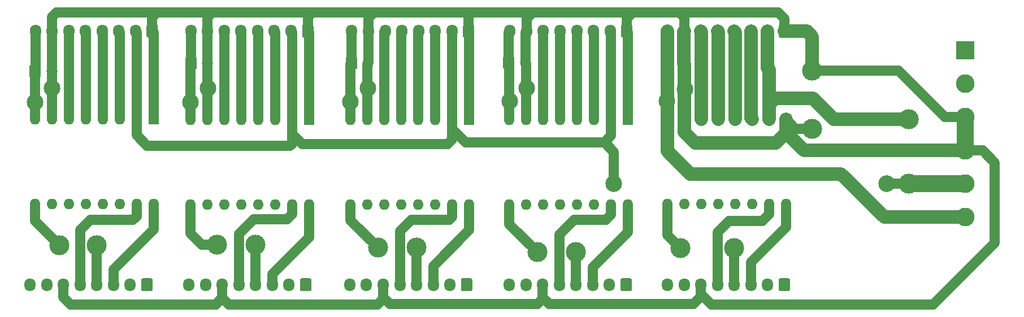
<source format=gbr>
%TF.GenerationSoftware,KiCad,Pcbnew,(5.1.6)-1*%
%TF.CreationDate,2020-09-25T17:37:12+06:00*%
%TF.ProjectId,TMC2130,544d4332-3133-4302-9e6b-696361645f70,rev?*%
%TF.SameCoordinates,Original*%
%TF.FileFunction,Copper,L2,Bot*%
%TF.FilePolarity,Positive*%
%FSLAX46Y46*%
G04 Gerber Fmt 4.6, Leading zero omitted, Abs format (unit mm)*
G04 Created by KiCad (PCBNEW (5.1.6)-1) date 2020-09-25 17:37:12*
%MOMM*%
%LPD*%
G01*
G04 APERTURE LIST*
%TA.AperFunction,ComponentPad*%
%ADD10O,1.700000X1.950000*%
%TD*%
%TA.AperFunction,ComponentPad*%
%ADD11C,1.651000*%
%TD*%
%TA.AperFunction,ComponentPad*%
%ADD12R,1.651000X1.651000*%
%TD*%
%TA.AperFunction,ComponentPad*%
%ADD13O,1.600000X1.600000*%
%TD*%
%TA.AperFunction,ComponentPad*%
%ADD14R,1.600000X1.600000*%
%TD*%
%TA.AperFunction,ComponentPad*%
%ADD15C,2.800000*%
%TD*%
%TA.AperFunction,ComponentPad*%
%ADD16R,2.800000X2.800000*%
%TD*%
%TA.AperFunction,ViaPad*%
%ADD17C,2.500000*%
%TD*%
%TA.AperFunction,ViaPad*%
%ADD18C,3.000000*%
%TD*%
%TA.AperFunction,Conductor*%
%ADD19C,2.000000*%
%TD*%
%TA.AperFunction,Conductor*%
%ADD20C,2.500000*%
%TD*%
%TA.AperFunction,Conductor*%
%ADD21C,1.500000*%
%TD*%
G04 APERTURE END LIST*
D10*
%TO.P,J11,8*%
%TO.N,VM*%
X-14500000Y-31100000D03*
%TO.P,J11,7*%
%TO.N,GND*%
X-12000000Y-31100000D03*
%TO.P,J11,6*%
%TO.N,Net-(A5-Pad6)*%
X-9500000Y-31100000D03*
%TO.P,J11,5*%
%TO.N,Net-(A5-Pad5)*%
X-7000000Y-31100000D03*
%TO.P,J11,4*%
%TO.N,Net-(A5-Pad4)*%
X-4500000Y-31100000D03*
%TO.P,J11,3*%
%TO.N,Net-(A5-Pad3)*%
X-2000000Y-31100000D03*
%TO.P,J11,2*%
%TO.N,VDD*%
X500000Y-31100000D03*
%TO.P,J11,1*%
%TO.N,GND*%
%TA.AperFunction,ComponentPad*%
G36*
G01*
X3850000Y-30375000D02*
X3850000Y-31825000D01*
G75*
G02*
X3600000Y-32075000I-250000J0D01*
G01*
X2400000Y-32075000D01*
G75*
G02*
X2150000Y-31825000I0J250000D01*
G01*
X2150000Y-30375000D01*
G75*
G02*
X2400000Y-30125000I250000J0D01*
G01*
X3600000Y-30125000D01*
G75*
G02*
X3850000Y-30375000I0J-250000D01*
G01*
G37*
%TD.AperFunction*%
%TD*%
%TO.P,J10,8*%
%TO.N,N/C*%
X-15300000Y-69100000D03*
%TO.P,J10,7*%
X-12800000Y-69100000D03*
%TO.P,J10,6*%
%TO.N,GND*%
X-10300000Y-69100000D03*
%TO.P,J10,5*%
%TO.N,Net-(A5-Pad15)*%
X-7800000Y-69100000D03*
%TO.P,J10,4*%
%TO.N,Net-(A5-Pad9)*%
X-5300000Y-69100000D03*
%TO.P,J10,3*%
%TO.N,Net-(A5-Pad16)*%
X-2800000Y-69100000D03*
%TO.P,J10,2*%
%TO.N,N/C*%
X-300000Y-69100000D03*
%TO.P,J10,1*%
%TA.AperFunction,ComponentPad*%
G36*
G01*
X3050000Y-68375000D02*
X3050000Y-69825000D01*
G75*
G02*
X2800000Y-70075000I-250000J0D01*
G01*
X1600000Y-70075000D01*
G75*
G02*
X1350000Y-69825000I0J250000D01*
G01*
X1350000Y-68375000D01*
G75*
G02*
X1600000Y-68125000I250000J0D01*
G01*
X2800000Y-68125000D01*
G75*
G02*
X3050000Y-68375000I0J-250000D01*
G01*
G37*
%TD.AperFunction*%
%TD*%
D11*
%TO.P,C5,2*%
%TO.N,GND*%
X-12050320Y-37100000D03*
D12*
%TO.P,C5,1*%
%TO.N,VM*%
X-14549680Y-37100000D03*
%TD*%
D13*
%TO.P,A5,16*%
%TO.N,Net-(A5-Pad16)*%
X3200000Y-57000000D03*
%TO.P,A5,8*%
%TO.N,VM*%
X-14580000Y-44300000D03*
%TO.P,A5,15*%
%TO.N,Net-(A5-Pad15)*%
X660000Y-57000000D03*
%TO.P,A5,7*%
%TO.N,GND*%
X-12040000Y-44300000D03*
%TO.P,A5,14*%
%TO.N,N/C*%
X-1880000Y-57000000D03*
%TO.P,A5,6*%
%TO.N,Net-(A5-Pad6)*%
X-9500000Y-44300000D03*
%TO.P,A5,13*%
%TO.N,N/C*%
X-4420000Y-57000000D03*
%TO.P,A5,5*%
%TO.N,Net-(A5-Pad5)*%
X-6960000Y-44300000D03*
%TO.P,A5,12*%
%TO.N,N/C*%
X-6960000Y-57000000D03*
%TO.P,A5,4*%
%TO.N,Net-(A5-Pad4)*%
X-4420000Y-44300000D03*
%TO.P,A5,11*%
%TO.N,N/C*%
X-9500000Y-57000000D03*
%TO.P,A5,3*%
%TO.N,Net-(A5-Pad3)*%
X-1880000Y-44300000D03*
%TO.P,A5,10*%
%TO.N,N/C*%
X-12040000Y-57000000D03*
%TO.P,A5,2*%
%TO.N,VDD*%
X660000Y-44300000D03*
%TO.P,A5,9*%
%TO.N,Net-(A5-Pad9)*%
X-14580000Y-57000000D03*
D14*
%TO.P,A5,1*%
%TO.N,GND*%
X3200000Y-44300000D03*
%TD*%
D10*
%TO.P,J7,8*%
%TO.N,VM*%
X8800000Y-31100000D03*
%TO.P,J7,7*%
%TO.N,GND*%
X11300000Y-31100000D03*
%TO.P,J7,6*%
%TO.N,Net-(A4-Pad6)*%
X13800000Y-31100000D03*
%TO.P,J7,5*%
%TO.N,Net-(A4-Pad5)*%
X16300000Y-31100000D03*
%TO.P,J7,4*%
%TO.N,Net-(A4-Pad4)*%
X18800000Y-31100000D03*
%TO.P,J7,3*%
%TO.N,Net-(A4-Pad3)*%
X21300000Y-31100000D03*
%TO.P,J7,2*%
%TO.N,VDD*%
X23800000Y-31100000D03*
%TO.P,J7,1*%
%TO.N,GND*%
%TA.AperFunction,ComponentPad*%
G36*
G01*
X27150000Y-30375000D02*
X27150000Y-31825000D01*
G75*
G02*
X26900000Y-32075000I-250000J0D01*
G01*
X25700000Y-32075000D01*
G75*
G02*
X25450000Y-31825000I0J250000D01*
G01*
X25450000Y-30375000D01*
G75*
G02*
X25700000Y-30125000I250000J0D01*
G01*
X26900000Y-30125000D01*
G75*
G02*
X27150000Y-30375000I0J-250000D01*
G01*
G37*
%TD.AperFunction*%
%TD*%
%TO.P,J6,8*%
%TO.N,N/C*%
X8500000Y-69100000D03*
%TO.P,J6,7*%
X11000000Y-69100000D03*
%TO.P,J6,6*%
%TO.N,GND*%
X13500000Y-69100000D03*
%TO.P,J6,5*%
%TO.N,Net-(A4-Pad15)*%
X16000000Y-69100000D03*
%TO.P,J6,4*%
%TO.N,Net-(A4-Pad9)*%
X18500000Y-69100000D03*
%TO.P,J6,3*%
%TO.N,Net-(A4-Pad16)*%
X21000000Y-69100000D03*
%TO.P,J6,2*%
%TO.N,N/C*%
X23500000Y-69100000D03*
%TO.P,J6,1*%
%TA.AperFunction,ComponentPad*%
G36*
G01*
X26850000Y-68375000D02*
X26850000Y-69825000D01*
G75*
G02*
X26600000Y-70075000I-250000J0D01*
G01*
X25400000Y-70075000D01*
G75*
G02*
X25150000Y-69825000I0J250000D01*
G01*
X25150000Y-68375000D01*
G75*
G02*
X25400000Y-68125000I250000J0D01*
G01*
X26600000Y-68125000D01*
G75*
G02*
X26850000Y-68375000I0J-250000D01*
G01*
G37*
%TD.AperFunction*%
%TD*%
D11*
%TO.P,C4,2*%
%TO.N,GND*%
X11299360Y-35900000D03*
D12*
%TO.P,C4,1*%
%TO.N,VM*%
X8800000Y-35900000D03*
%TD*%
D13*
%TO.P,A4,16*%
%TO.N,Net-(A4-Pad16)*%
X26500000Y-57100000D03*
%TO.P,A4,8*%
%TO.N,VM*%
X8720000Y-44400000D03*
%TO.P,A4,15*%
%TO.N,Net-(A4-Pad15)*%
X23960000Y-57100000D03*
%TO.P,A4,7*%
%TO.N,GND*%
X11260000Y-44400000D03*
%TO.P,A4,14*%
%TO.N,N/C*%
X21420000Y-57100000D03*
%TO.P,A4,6*%
%TO.N,Net-(A4-Pad6)*%
X13800000Y-44400000D03*
%TO.P,A4,13*%
%TO.N,N/C*%
X18880000Y-57100000D03*
%TO.P,A4,5*%
%TO.N,Net-(A4-Pad5)*%
X16340000Y-44400000D03*
%TO.P,A4,12*%
%TO.N,N/C*%
X16340000Y-57100000D03*
%TO.P,A4,4*%
%TO.N,Net-(A4-Pad4)*%
X18880000Y-44400000D03*
%TO.P,A4,11*%
%TO.N,N/C*%
X13800000Y-57100000D03*
%TO.P,A4,3*%
%TO.N,Net-(A4-Pad3)*%
X21420000Y-44400000D03*
%TO.P,A4,10*%
%TO.N,N/C*%
X11260000Y-57100000D03*
%TO.P,A4,2*%
%TO.N,VDD*%
X23960000Y-44400000D03*
%TO.P,A4,9*%
%TO.N,Net-(A4-Pad9)*%
X8720000Y-57100000D03*
D14*
%TO.P,A4,1*%
%TO.N,GND*%
X26500000Y-44400000D03*
%TD*%
D10*
%TO.P,J5,8*%
%TO.N,VM*%
X32900000Y-31100000D03*
%TO.P,J5,7*%
%TO.N,GND*%
X35400000Y-31100000D03*
%TO.P,J5,6*%
%TO.N,Net-(A2-Pad6)*%
X37900000Y-31100000D03*
%TO.P,J5,5*%
%TO.N,Net-(A2-Pad5)*%
X40400000Y-31100000D03*
%TO.P,J5,4*%
%TO.N,Net-(A2-Pad4)*%
X42900000Y-31100000D03*
%TO.P,J5,3*%
%TO.N,Net-(A2-Pad3)*%
X45400000Y-31100000D03*
%TO.P,J5,2*%
%TO.N,VDD*%
X47900000Y-31100000D03*
%TO.P,J5,1*%
%TO.N,GND*%
%TA.AperFunction,ComponentPad*%
G36*
G01*
X51250000Y-30375000D02*
X51250000Y-31825000D01*
G75*
G02*
X51000000Y-32075000I-250000J0D01*
G01*
X49800000Y-32075000D01*
G75*
G02*
X49550000Y-31825000I0J250000D01*
G01*
X49550000Y-30375000D01*
G75*
G02*
X49800000Y-30125000I250000J0D01*
G01*
X51000000Y-30125000D01*
G75*
G02*
X51250000Y-30375000I0J-250000D01*
G01*
G37*
%TD.AperFunction*%
%TD*%
%TO.P,J3,8*%
%TO.N,N/C*%
X32600000Y-69100000D03*
%TO.P,J3,7*%
X35100000Y-69100000D03*
%TO.P,J3,6*%
%TO.N,GND*%
X37600000Y-69100000D03*
%TO.P,J3,5*%
%TO.N,Net-(A2-Pad15)*%
X40100000Y-69100000D03*
%TO.P,J3,4*%
%TO.N,Net-(A2-Pad9)*%
X42600000Y-69100000D03*
%TO.P,J3,3*%
%TO.N,Net-(A2-Pad16)*%
X45100000Y-69100000D03*
%TO.P,J3,2*%
%TO.N,N/C*%
X47600000Y-69100000D03*
%TO.P,J3,1*%
%TA.AperFunction,ComponentPad*%
G36*
G01*
X50950000Y-68375000D02*
X50950000Y-69825000D01*
G75*
G02*
X50700000Y-70075000I-250000J0D01*
G01*
X49500000Y-70075000D01*
G75*
G02*
X49250000Y-69825000I0J250000D01*
G01*
X49250000Y-68375000D01*
G75*
G02*
X49500000Y-68125000I250000J0D01*
G01*
X50700000Y-68125000D01*
G75*
G02*
X50950000Y-68375000I0J-250000D01*
G01*
G37*
%TD.AperFunction*%
%TD*%
D11*
%TO.P,C2,2*%
%TO.N,GND*%
X35349680Y-35900000D03*
D12*
%TO.P,C2,1*%
%TO.N,VM*%
X32850320Y-35900000D03*
%TD*%
D13*
%TO.P,A2,16*%
%TO.N,Net-(A2-Pad16)*%
X50500000Y-57100000D03*
%TO.P,A2,8*%
%TO.N,VM*%
X32720000Y-44400000D03*
%TO.P,A2,15*%
%TO.N,Net-(A2-Pad15)*%
X47960000Y-57100000D03*
%TO.P,A2,7*%
%TO.N,GND*%
X35260000Y-44400000D03*
%TO.P,A2,14*%
%TO.N,N/C*%
X45420000Y-57100000D03*
%TO.P,A2,6*%
%TO.N,Net-(A2-Pad6)*%
X37800000Y-44400000D03*
%TO.P,A2,13*%
%TO.N,N/C*%
X42880000Y-57100000D03*
%TO.P,A2,5*%
%TO.N,Net-(A2-Pad5)*%
X40340000Y-44400000D03*
%TO.P,A2,12*%
%TO.N,N/C*%
X40340000Y-57100000D03*
%TO.P,A2,4*%
%TO.N,Net-(A2-Pad4)*%
X42880000Y-44400000D03*
%TO.P,A2,11*%
%TO.N,N/C*%
X37800000Y-57100000D03*
%TO.P,A2,3*%
%TO.N,Net-(A2-Pad3)*%
X45420000Y-44400000D03*
%TO.P,A2,10*%
%TO.N,N/C*%
X35260000Y-57100000D03*
%TO.P,A2,2*%
%TO.N,VDD*%
X47960000Y-44400000D03*
%TO.P,A2,9*%
%TO.N,Net-(A2-Pad9)*%
X32720000Y-57100000D03*
D14*
%TO.P,A2,1*%
%TO.N,GND*%
X50500000Y-44400000D03*
%TD*%
D10*
%TO.P,J9,8*%
%TO.N,N/C*%
X80200000Y-69100000D03*
%TO.P,J9,7*%
X82700000Y-69100000D03*
%TO.P,J9,6*%
%TO.N,GND*%
X85200000Y-69100000D03*
%TO.P,J9,5*%
%TO.N,Net-(A1-Pad15)*%
X87700000Y-69100000D03*
%TO.P,J9,4*%
%TO.N,Net-(A1-Pad9)*%
X90200000Y-69100000D03*
%TO.P,J9,3*%
%TO.N,Net-(A1-Pad16)*%
X92700000Y-69100000D03*
%TO.P,J9,2*%
%TO.N,N/C*%
X95200000Y-69100000D03*
%TO.P,J9,1*%
%TA.AperFunction,ComponentPad*%
G36*
G01*
X98550000Y-68375000D02*
X98550000Y-69825000D01*
G75*
G02*
X98300000Y-70075000I-250000J0D01*
G01*
X97100000Y-70075000D01*
G75*
G02*
X96850000Y-69825000I0J250000D01*
G01*
X96850000Y-68375000D01*
G75*
G02*
X97100000Y-68125000I250000J0D01*
G01*
X98300000Y-68125000D01*
G75*
G02*
X98550000Y-68375000I0J-250000D01*
G01*
G37*
%TD.AperFunction*%
%TD*%
%TO.P,J8,8*%
%TO.N,VM*%
X56600000Y-31100000D03*
%TO.P,J8,7*%
%TO.N,GND*%
X59100000Y-31100000D03*
%TO.P,J8,6*%
%TO.N,Net-(A3-Pad6)*%
X61600000Y-31100000D03*
%TO.P,J8,5*%
%TO.N,Net-(A3-Pad5)*%
X64100000Y-31100000D03*
%TO.P,J8,4*%
%TO.N,Net-(A3-Pad4)*%
X66600000Y-31100000D03*
%TO.P,J8,3*%
%TO.N,Net-(A3-Pad3)*%
X69100000Y-31100000D03*
%TO.P,J8,2*%
%TO.N,VDD*%
X71600000Y-31100000D03*
%TO.P,J8,1*%
%TO.N,GND*%
%TA.AperFunction,ComponentPad*%
G36*
G01*
X74950000Y-30375000D02*
X74950000Y-31825000D01*
G75*
G02*
X74700000Y-32075000I-250000J0D01*
G01*
X73500000Y-32075000D01*
G75*
G02*
X73250000Y-31825000I0J250000D01*
G01*
X73250000Y-30375000D01*
G75*
G02*
X73500000Y-30125000I250000J0D01*
G01*
X74700000Y-30125000D01*
G75*
G02*
X74950000Y-30375000I0J-250000D01*
G01*
G37*
%TD.AperFunction*%
%TD*%
%TO.P,J4,8*%
%TO.N,N/C*%
X56500000Y-69100000D03*
%TO.P,J4,7*%
X59000000Y-69100000D03*
%TO.P,J4,6*%
%TO.N,GND*%
X61500000Y-69100000D03*
%TO.P,J4,5*%
%TO.N,Net-(A3-Pad15)*%
X64000000Y-69100000D03*
%TO.P,J4,4*%
%TO.N,Net-(A3-Pad9)*%
X66500000Y-69100000D03*
%TO.P,J4,3*%
%TO.N,Net-(A3-Pad16)*%
X69000000Y-69100000D03*
%TO.P,J4,2*%
%TO.N,N/C*%
X71500000Y-69100000D03*
%TO.P,J4,1*%
%TA.AperFunction,ComponentPad*%
G36*
G01*
X74850000Y-68375000D02*
X74850000Y-69825000D01*
G75*
G02*
X74600000Y-70075000I-250000J0D01*
G01*
X73400000Y-70075000D01*
G75*
G02*
X73150000Y-69825000I0J250000D01*
G01*
X73150000Y-68375000D01*
G75*
G02*
X73400000Y-68125000I250000J0D01*
G01*
X74600000Y-68125000D01*
G75*
G02*
X74850000Y-68375000I0J-250000D01*
G01*
G37*
%TD.AperFunction*%
%TD*%
D11*
%TO.P,C3,2*%
%TO.N,GND*%
X58899360Y-35800000D03*
D12*
%TO.P,C3,1*%
%TO.N,VM*%
X56400000Y-35800000D03*
%TD*%
D13*
%TO.P,A3,16*%
%TO.N,Net-(A3-Pad16)*%
X74300000Y-57100000D03*
%TO.P,A3,8*%
%TO.N,VM*%
X56520000Y-44400000D03*
%TO.P,A3,15*%
%TO.N,Net-(A3-Pad15)*%
X71760000Y-57100000D03*
%TO.P,A3,7*%
%TO.N,GND*%
X59060000Y-44400000D03*
%TO.P,A3,14*%
%TO.N,N/C*%
X69220000Y-57100000D03*
%TO.P,A3,6*%
%TO.N,Net-(A3-Pad6)*%
X61600000Y-44400000D03*
%TO.P,A3,13*%
%TO.N,N/C*%
X66680000Y-57100000D03*
%TO.P,A3,5*%
%TO.N,Net-(A3-Pad5)*%
X64140000Y-44400000D03*
%TO.P,A3,12*%
%TO.N,N/C*%
X64140000Y-57100000D03*
%TO.P,A3,4*%
%TO.N,Net-(A3-Pad4)*%
X66680000Y-44400000D03*
%TO.P,A3,11*%
%TO.N,N/C*%
X61600000Y-57100000D03*
%TO.P,A3,3*%
%TO.N,Net-(A3-Pad3)*%
X69220000Y-44400000D03*
%TO.P,A3,10*%
%TO.N,N/C*%
X59060000Y-57100000D03*
%TO.P,A3,2*%
%TO.N,VDD*%
X71760000Y-44400000D03*
%TO.P,A3,9*%
%TO.N,Net-(A3-Pad9)*%
X56520000Y-57100000D03*
D14*
%TO.P,A3,1*%
%TO.N,GND*%
X74300000Y-44400000D03*
%TD*%
D10*
%TO.P,J2,8*%
%TO.N,VM*%
X80200000Y-31100000D03*
%TO.P,J2,7*%
%TO.N,GND*%
X82700000Y-31100000D03*
%TO.P,J2,6*%
%TO.N,Net-(A1-Pad6)*%
X85200000Y-31100000D03*
%TO.P,J2,5*%
%TO.N,Net-(A1-Pad5)*%
X87700000Y-31100000D03*
%TO.P,J2,4*%
%TO.N,Net-(A1-Pad4)*%
X90200000Y-31100000D03*
%TO.P,J2,3*%
%TO.N,Net-(A1-Pad3)*%
X92700000Y-31100000D03*
%TO.P,J2,2*%
%TO.N,VDD*%
X95200000Y-31100000D03*
%TO.P,J2,1*%
%TO.N,GND*%
%TA.AperFunction,ComponentPad*%
G36*
G01*
X98550000Y-30375000D02*
X98550000Y-31825000D01*
G75*
G02*
X98300000Y-32075000I-250000J0D01*
G01*
X97100000Y-32075000D01*
G75*
G02*
X96850000Y-31825000I0J250000D01*
G01*
X96850000Y-30375000D01*
G75*
G02*
X97100000Y-30125000I250000J0D01*
G01*
X98300000Y-30125000D01*
G75*
G02*
X98550000Y-30375000I0J-250000D01*
G01*
G37*
%TD.AperFunction*%
%TD*%
D11*
%TO.P,C1,2*%
%TO.N,GND*%
X82649680Y-35900000D03*
D12*
%TO.P,C1,1*%
%TO.N,VM*%
X80150320Y-35900000D03*
%TD*%
D15*
%TO.P,J1,6*%
%TO.N,VM*%
X124819000Y-58978000D03*
%TO.P,J1,5*%
%TO.N,VDD*%
X124819000Y-53978000D03*
%TO.P,J1,4*%
%TO.N,GND*%
X124819000Y-48978000D03*
%TO.P,J1,3*%
X124819000Y-43978000D03*
%TO.P,J1,2*%
%TO.N,N/C*%
X124819000Y-38978000D03*
D16*
%TO.P,J1,1*%
X124819000Y-33978000D03*
%TD*%
D13*
%TO.P,A1,16*%
%TO.N,Net-(A1-Pad16)*%
X97958500Y-57028500D03*
%TO.P,A1,8*%
%TO.N,VM*%
X80178500Y-44328500D03*
%TO.P,A1,15*%
%TO.N,Net-(A1-Pad15)*%
X95418500Y-57028500D03*
%TO.P,A1,7*%
%TO.N,GND*%
X82718500Y-44328500D03*
%TO.P,A1,14*%
%TO.N,N/C*%
X92878500Y-57028500D03*
%TO.P,A1,6*%
%TO.N,Net-(A1-Pad6)*%
X85258500Y-44328500D03*
%TO.P,A1,13*%
%TO.N,N/C*%
X90338500Y-57028500D03*
%TO.P,A1,5*%
%TO.N,Net-(A1-Pad5)*%
X87798500Y-44328500D03*
%TO.P,A1,12*%
%TO.N,N/C*%
X87798500Y-57028500D03*
%TO.P,A1,4*%
%TO.N,Net-(A1-Pad4)*%
X90338500Y-44328500D03*
%TO.P,A1,11*%
%TO.N,N/C*%
X85258500Y-57028500D03*
%TO.P,A1,3*%
%TO.N,Net-(A1-Pad3)*%
X92878500Y-44328500D03*
%TO.P,A1,10*%
%TO.N,N/C*%
X82718500Y-57028500D03*
%TO.P,A1,2*%
%TO.N,VDD*%
X95418500Y-44328500D03*
%TO.P,A1,9*%
%TO.N,Net-(A1-Pad9)*%
X80178500Y-57028500D03*
D14*
%TO.P,A1,1*%
%TO.N,GND*%
X97958500Y-44328500D03*
%TD*%
D17*
%TO.N,GND*%
X82800000Y-39800000D03*
D18*
X101900000Y-37000000D03*
X101900000Y-45700000D03*
D17*
X59112672Y-39618462D03*
X35318462Y-39618462D03*
X11350000Y-39618462D03*
X-11981538Y-39618462D03*
%TO.N,VM*%
X80100000Y-41600000D03*
X56600000Y-41600000D03*
X32720000Y-41680000D03*
X8720000Y-41720000D03*
X-14580000Y-41720000D03*
D18*
%TO.N,VDD*%
X116312500Y-53978000D03*
X116312500Y-44312500D03*
D17*
X113072000Y-53978000D03*
X72178000Y-53978000D03*
D18*
%TO.N,Net-(A2-Pad9)*%
X36800000Y-63500000D03*
X42600000Y-63500000D03*
%TO.N,Net-(A1-Pad9)*%
X82100000Y-63600000D03*
X90200000Y-63600000D03*
%TO.N,Net-(A3-Pad9)*%
X60700000Y-64200000D03*
X66500000Y-64200000D03*
%TO.N,Net-(A4-Pad9)*%
X12700000Y-63100000D03*
X18500000Y-63100000D03*
%TO.N,Net-(A5-Pad9)*%
X-10900000Y-63200000D03*
X-5300000Y-63200000D03*
%TD*%
D19*
%TO.N,GND*%
X97958500Y-44328500D02*
X97958500Y-46297000D01*
X97958500Y-46297000D02*
X96434500Y-47821000D01*
X82718500Y-44328500D02*
X82718500Y-46233500D01*
X84306000Y-47821000D02*
X96434500Y-47821000D01*
X82718500Y-46233500D02*
X84306000Y-47821000D01*
X100639500Y-48978000D02*
X97958500Y-46297000D01*
X124819000Y-48978000D02*
X100639500Y-48978000D01*
X82718500Y-35968820D02*
X82649680Y-35900000D01*
X82718500Y-39881500D02*
X82718500Y-35968820D01*
X82718500Y-44328500D02*
X82718500Y-39881500D01*
D20*
X124819000Y-48978000D02*
X124819000Y-43978000D01*
D19*
X82649680Y-31150320D02*
X82700000Y-31100000D01*
X82649680Y-35900000D02*
X82649680Y-31150320D01*
X97700000Y-31100000D02*
X101100000Y-31100000D01*
X101100000Y-31100000D02*
X101900000Y-31900000D01*
X101900000Y-31900000D02*
X101900000Y-37000000D01*
D21*
X99330000Y-45700000D02*
X97958500Y-44328500D01*
X101900000Y-45700000D02*
X99330000Y-45700000D01*
X101900000Y-37000000D02*
X114800000Y-37000000D01*
X121778000Y-43978000D02*
X124819000Y-43978000D01*
X114800000Y-37000000D02*
X121778000Y-43978000D01*
X11300000Y-35899360D02*
X11299360Y-35900000D01*
X11300000Y-31100000D02*
X11300000Y-35899360D01*
X11299360Y-44360640D02*
X11260000Y-44400000D01*
X11299360Y-35900000D02*
X11299360Y-44360640D01*
X-12040000Y-37110320D02*
X-12050320Y-37100000D01*
X-12040000Y-44300000D02*
X-12040000Y-37110320D01*
X-12000000Y-37049680D02*
X-12050320Y-37100000D01*
X-12000000Y-31100000D02*
X-12000000Y-37049680D01*
X3200000Y-31300000D02*
X3000000Y-31100000D01*
X3200000Y-44300000D02*
X3200000Y-31300000D01*
X26500000Y-31300000D02*
X26300000Y-31100000D01*
X26500000Y-44400000D02*
X26500000Y-31300000D01*
X35400000Y-35849680D02*
X35349680Y-35900000D01*
X35400000Y-31100000D02*
X35400000Y-35849680D01*
X35260000Y-35989680D02*
X35349680Y-35900000D01*
X35260000Y-44400000D02*
X35260000Y-35989680D01*
X50500000Y-31200000D02*
X50400000Y-31100000D01*
X50500000Y-44400000D02*
X50500000Y-31200000D01*
X59060000Y-35960640D02*
X58899360Y-35800000D01*
X59060000Y-44400000D02*
X59060000Y-35960640D01*
X58899360Y-31300640D02*
X59100000Y-31100000D01*
X58899360Y-35800000D02*
X58899360Y-31300640D01*
X74300000Y-31300000D02*
X74100000Y-31100000D01*
X74300000Y-44400000D02*
X74300000Y-31300000D01*
X85200000Y-69100000D02*
X85200000Y-70900000D01*
X85200000Y-70900000D02*
X84100000Y-72000000D01*
X84100000Y-72000000D02*
X62500000Y-72000000D01*
X61500000Y-71000000D02*
X61500000Y-69100000D01*
X62500000Y-72000000D02*
X61500000Y-71000000D01*
X61500000Y-69100000D02*
X61500000Y-71200000D01*
X61500000Y-71200000D02*
X60700000Y-72000000D01*
X60700000Y-72000000D02*
X38600000Y-72000000D01*
X37600000Y-71000000D02*
X37600000Y-69100000D01*
X38600000Y-72000000D02*
X37600000Y-71000000D01*
X37600000Y-69100000D02*
X37600000Y-71200000D01*
X37600000Y-71200000D02*
X36750000Y-72050000D01*
X36750000Y-72050000D02*
X14500000Y-72050000D01*
X13500000Y-71050000D02*
X13500000Y-69100000D01*
X14500000Y-72050000D02*
X13500000Y-71050000D01*
X-10300000Y-71000000D02*
X-10300000Y-69100000D01*
X-9250000Y-72050000D02*
X-10300000Y-71000000D01*
X13500000Y-71050000D02*
X12500000Y-72050000D01*
X12500000Y-72050000D02*
X-9250000Y-72050000D01*
X85200000Y-69100000D02*
X85200000Y-70500000D01*
X85200000Y-70500000D02*
X86750000Y-72050000D01*
X86750000Y-72050000D02*
X120000000Y-72050000D01*
X120000000Y-72050000D02*
X129250000Y-62800000D01*
X129250000Y-62800000D02*
X129250000Y-50800000D01*
X127428000Y-48978000D02*
X124819000Y-48978000D01*
X129250000Y-50800000D02*
X127428000Y-48978000D01*
X74100000Y-29200000D02*
X74100000Y-31100000D01*
X75000000Y-28300000D02*
X74100000Y-29200000D01*
X82000000Y-28300000D02*
X75000000Y-28300000D01*
X82700000Y-31100000D02*
X82700000Y-29000000D01*
X82700000Y-29000000D02*
X82000000Y-28300000D01*
X75000000Y-28300000D02*
X60000000Y-28300000D01*
X59100000Y-29200000D02*
X59100000Y-31100000D01*
X60000000Y-28300000D02*
X59100000Y-29200000D01*
X60000000Y-28300000D02*
X51000000Y-28300000D01*
X50400000Y-28900000D02*
X50400000Y-31100000D01*
X51000000Y-28300000D02*
X50400000Y-28900000D01*
X51000000Y-28300000D02*
X36250000Y-28300000D01*
X35400000Y-29150000D02*
X35400000Y-31100000D01*
X36250000Y-28300000D02*
X35400000Y-29150000D01*
X36250000Y-28300000D02*
X27000000Y-28300000D01*
X26300000Y-29000000D02*
X26300000Y-31100000D01*
X27000000Y-28300000D02*
X26300000Y-29000000D01*
X27000000Y-28300000D02*
X12000000Y-28300000D01*
X11300000Y-29000000D02*
X11300000Y-31100000D01*
X12000000Y-28300000D02*
X11300000Y-29000000D01*
X12000000Y-28300000D02*
X3750000Y-28300000D01*
X3000000Y-29050000D02*
X3000000Y-31100000D01*
X3750000Y-28300000D02*
X3000000Y-29050000D01*
X3750000Y-28300000D02*
X-11300000Y-28300000D01*
X-12000000Y-29000000D02*
X-12000000Y-31100000D01*
X-11300000Y-28300000D02*
X-12000000Y-29000000D01*
X97700000Y-31100000D02*
X97700000Y-29200000D01*
X96800000Y-28300000D02*
X82000000Y-28300000D01*
X97700000Y-29200000D02*
X96800000Y-28300000D01*
D19*
%TO.N,VM*%
X80178500Y-44328500D02*
X80178500Y-49078500D01*
X80178500Y-49078500D02*
X83600000Y-52500000D01*
X83600000Y-52500000D02*
X106200000Y-52500000D01*
X112678000Y-58978000D02*
X124819000Y-58978000D01*
X106200000Y-52500000D02*
X112678000Y-58978000D01*
X80178500Y-35928180D02*
X80150320Y-35900000D01*
X80178500Y-41821500D02*
X80178500Y-35928180D01*
X80178500Y-44328500D02*
X80178500Y-41821500D01*
X80150320Y-31149680D02*
X80200000Y-31100000D01*
X80150320Y-35900000D02*
X80150320Y-31149680D01*
D21*
X8720000Y-35980000D02*
X8800000Y-35900000D01*
X8800000Y-31100000D02*
X8800000Y-35900000D01*
X-14580000Y-37130320D02*
X-14549680Y-37100000D01*
X-14580000Y-44300000D02*
X-14580000Y-37130320D01*
X-14500000Y-37050320D02*
X-14549680Y-37100000D01*
X-14500000Y-31100000D02*
X-14500000Y-37050320D01*
X32720000Y-36030320D02*
X32850320Y-35900000D01*
X32900000Y-35850320D02*
X32850320Y-35900000D01*
X32900000Y-31100000D02*
X32900000Y-35850320D01*
X56520000Y-35920000D02*
X56400000Y-35800000D01*
X56520000Y-44400000D02*
X56520000Y-35920000D01*
X56400000Y-31300000D02*
X56600000Y-31100000D01*
X56400000Y-35800000D02*
X56400000Y-31300000D01*
X32720000Y-44400000D02*
X32720000Y-41680000D01*
X32720000Y-41680000D02*
X32720000Y-36030320D01*
X8720000Y-44400000D02*
X8720000Y-41720000D01*
X8720000Y-41720000D02*
X8720000Y-35980000D01*
D20*
%TO.N,VDD*%
X124819000Y-53978000D02*
X116312500Y-53978000D01*
D19*
X112612500Y-44312500D02*
X112600000Y-44300000D01*
X116312500Y-44312500D02*
X112612500Y-44312500D01*
X96300000Y-41200000D02*
X95418500Y-42081500D01*
X102000000Y-41200000D02*
X96300000Y-41200000D01*
X95418500Y-42081500D02*
X95418500Y-44328500D01*
X112612500Y-44312500D02*
X105112500Y-44312500D01*
X105112500Y-44312500D02*
X102000000Y-41200000D01*
X95418500Y-36818500D02*
X95418500Y-42081500D01*
X95200000Y-31100000D02*
X95200000Y-36600000D01*
X95200000Y-36600000D02*
X95418500Y-36818500D01*
D21*
X660000Y-31260000D02*
X500000Y-31100000D01*
X660000Y-44300000D02*
X660000Y-31260000D01*
X23960000Y-31260000D02*
X23800000Y-31100000D01*
X23960000Y-44400000D02*
X23960000Y-31260000D01*
X47960000Y-31160000D02*
X47900000Y-31100000D01*
X47960000Y-44400000D02*
X47960000Y-31160000D01*
X71760000Y-31260000D02*
X71600000Y-31100000D01*
X71760000Y-44400000D02*
X71760000Y-31260000D01*
X71760000Y-46790000D02*
X71760000Y-44400000D01*
X70750000Y-47800000D02*
X71760000Y-46790000D01*
X50000000Y-47800000D02*
X70750000Y-47800000D01*
X47960000Y-44400000D02*
X47960000Y-45760000D01*
X47960000Y-45760000D02*
X50000000Y-47800000D01*
X25500000Y-48050000D02*
X23960000Y-46510000D01*
X47250000Y-48050000D02*
X25500000Y-48050000D01*
X47960000Y-44400000D02*
X47960000Y-47340000D01*
X23960000Y-46510000D02*
X23960000Y-44400000D01*
X47960000Y-47340000D02*
X47250000Y-48050000D01*
X660000Y-46710000D02*
X660000Y-44300000D01*
X2250000Y-48300000D02*
X660000Y-46710000D01*
X23670000Y-48300000D02*
X2250000Y-48300000D01*
X23960000Y-44400000D02*
X23960000Y-48010000D01*
X23960000Y-48010000D02*
X23670000Y-48300000D01*
X116312500Y-53978000D02*
X113072000Y-53978000D01*
X72178000Y-49228000D02*
X70750000Y-47800000D01*
X72178000Y-53978000D02*
X72178000Y-49228000D01*
D19*
%TO.N,Net-(A1-Pad6)*%
X85258500Y-31158500D02*
X85200000Y-31100000D01*
X85258500Y-44328500D02*
X85258500Y-31158500D01*
%TO.N,Net-(A1-Pad5)*%
X87798500Y-31198500D02*
X87700000Y-31100000D01*
X87798500Y-44328500D02*
X87798500Y-31198500D01*
%TO.N,Net-(A1-Pad4)*%
X90338500Y-31238500D02*
X90200000Y-31100000D01*
X90338500Y-44328500D02*
X90338500Y-31238500D01*
%TO.N,Net-(A1-Pad3)*%
X92700000Y-44150000D02*
X92878500Y-44328500D01*
X92700000Y-31100000D02*
X92700000Y-44150000D01*
D21*
%TO.N,Net-(A2-Pad16)*%
X50500000Y-57100000D02*
X50500000Y-60900000D01*
X45100000Y-66300000D02*
X45100000Y-69100000D01*
X50500000Y-60900000D02*
X45100000Y-66300000D01*
%TO.N,Net-(A2-Pad15)*%
X40100000Y-69100000D02*
X40100000Y-61100000D01*
X40100000Y-61100000D02*
X41800000Y-59400000D01*
X41800000Y-59400000D02*
X47500000Y-59400000D01*
X47960000Y-58940000D02*
X47960000Y-57100000D01*
X47500000Y-59400000D02*
X47960000Y-58940000D01*
%TO.N,Net-(A2-Pad9)*%
X32720000Y-57100000D02*
X32720000Y-59420000D01*
X32720000Y-59420000D02*
X36800000Y-63500000D01*
X42600000Y-63500000D02*
X42600000Y-69100000D01*
%TO.N,Net-(A1-Pad16)*%
X92700000Y-69100000D02*
X92700000Y-65700000D01*
X97958500Y-60441500D02*
X97958500Y-57028500D01*
X92700000Y-65700000D02*
X97958500Y-60441500D01*
%TO.N,Net-(A1-Pad15)*%
X87700000Y-69100000D02*
X87700000Y-61200000D01*
X87700000Y-61200000D02*
X89400000Y-59500000D01*
X89400000Y-59500000D02*
X94400000Y-59500000D01*
X95418500Y-58481500D02*
X95418500Y-57028500D01*
X94400000Y-59500000D02*
X95418500Y-58481500D01*
%TO.N,Net-(A1-Pad9)*%
X80178500Y-57028500D02*
X80178500Y-61678500D01*
X80178500Y-61678500D02*
X82100000Y-63600000D01*
X90200000Y-63600000D02*
X90200000Y-69100000D01*
%TO.N,Net-(A2-Pad6)*%
X37800000Y-31200000D02*
X37900000Y-31100000D01*
X37800000Y-44400000D02*
X37800000Y-31200000D01*
%TO.N,Net-(A2-Pad5)*%
X40340000Y-31160000D02*
X40400000Y-31100000D01*
X40340000Y-44400000D02*
X40340000Y-31160000D01*
%TO.N,Net-(A2-Pad4)*%
X42880000Y-31120000D02*
X42900000Y-31100000D01*
X42880000Y-44400000D02*
X42880000Y-31120000D01*
%TO.N,Net-(A2-Pad3)*%
X45420000Y-31120000D02*
X45400000Y-31100000D01*
X45420000Y-44400000D02*
X45420000Y-31120000D01*
%TO.N,Net-(A3-Pad16)*%
X74300000Y-57100000D02*
X74300000Y-61200000D01*
X69000000Y-66500000D02*
X69000000Y-69100000D01*
X74300000Y-61200000D02*
X69000000Y-66500000D01*
%TO.N,Net-(A3-Pad15)*%
X64000000Y-69100000D02*
X64000000Y-61600000D01*
X64000000Y-61600000D02*
X66200000Y-59400000D01*
X66200000Y-59400000D02*
X71000000Y-59400000D01*
X71760000Y-58640000D02*
X71760000Y-57100000D01*
X71000000Y-59400000D02*
X71760000Y-58640000D01*
%TO.N,Net-(A3-Pad6)*%
X61600000Y-44400000D02*
X61600000Y-31100000D01*
%TO.N,Net-(A3-Pad5)*%
X64140000Y-31140000D02*
X64100000Y-31100000D01*
X64140000Y-44400000D02*
X64140000Y-31140000D01*
%TO.N,Net-(A3-Pad4)*%
X66680000Y-31180000D02*
X66600000Y-31100000D01*
X66680000Y-44400000D02*
X66680000Y-31180000D01*
%TO.N,Net-(A3-Pad3)*%
X69220000Y-31220000D02*
X69100000Y-31100000D01*
X69220000Y-44400000D02*
X69220000Y-31220000D01*
%TO.N,Net-(A3-Pad9)*%
X56520000Y-57100000D02*
X56520000Y-60020000D01*
X56520000Y-60020000D02*
X60700000Y-64200000D01*
X66500000Y-64200000D02*
X66500000Y-69100000D01*
%TO.N,Net-(A4-Pad16)*%
X26500000Y-57100000D02*
X26500000Y-62000000D01*
X21000000Y-67500000D02*
X21000000Y-69100000D01*
X26500000Y-62000000D02*
X21000000Y-67500000D01*
%TO.N,Net-(A4-Pad15)*%
X23960000Y-58540000D02*
X23960000Y-57100000D01*
X23200000Y-59300000D02*
X23960000Y-58540000D01*
X18200000Y-59300000D02*
X23200000Y-59300000D01*
X16000000Y-69100000D02*
X16000000Y-61500000D01*
X16000000Y-61500000D02*
X18200000Y-59300000D01*
%TO.N,Net-(A4-Pad6)*%
X13800000Y-44400000D02*
X13800000Y-31100000D01*
%TO.N,Net-(A4-Pad5)*%
X16340000Y-31140000D02*
X16300000Y-31100000D01*
X16340000Y-44400000D02*
X16340000Y-31140000D01*
%TO.N,Net-(A4-Pad4)*%
X18880000Y-31180000D02*
X18800000Y-31100000D01*
X18880000Y-44400000D02*
X18880000Y-31180000D01*
%TO.N,Net-(A4-Pad3)*%
X21420000Y-31220000D02*
X21300000Y-31100000D01*
X21420000Y-44400000D02*
X21420000Y-31220000D01*
%TO.N,Net-(A4-Pad9)*%
X8720000Y-57100000D02*
X8720000Y-61420000D01*
X8720000Y-61420000D02*
X10400000Y-63100000D01*
X10400000Y-63100000D02*
X12700000Y-63100000D01*
X18500000Y-63100000D02*
X18500000Y-69100000D01*
%TO.N,Net-(A5-Pad16)*%
X3200000Y-57000000D02*
X3200000Y-60800000D01*
X-2800000Y-66800000D02*
X-2800000Y-69100000D01*
X3200000Y-60800000D02*
X-2800000Y-66800000D01*
%TO.N,Net-(A5-Pad15)*%
X660000Y-58840000D02*
X660000Y-57000000D01*
X100000Y-59400000D02*
X660000Y-58840000D01*
X-6300000Y-59400000D02*
X100000Y-59400000D01*
X-7800000Y-69100000D02*
X-7800000Y-60900000D01*
X-7800000Y-60900000D02*
X-6300000Y-59400000D01*
%TO.N,Net-(A5-Pad6)*%
X-9500000Y-44300000D02*
X-9500000Y-31100000D01*
%TO.N,Net-(A5-Pad5)*%
X-6960000Y-31140000D02*
X-7000000Y-31100000D01*
X-6960000Y-44300000D02*
X-6960000Y-31140000D01*
%TO.N,Net-(A5-Pad4)*%
X-4420000Y-31180000D02*
X-4500000Y-31100000D01*
X-4420000Y-44300000D02*
X-4420000Y-31180000D01*
%TO.N,Net-(A5-Pad3)*%
X-1880000Y-31220000D02*
X-2000000Y-31100000D01*
X-1880000Y-44300000D02*
X-1880000Y-31220000D01*
%TO.N,Net-(A5-Pad9)*%
X-14580000Y-57000000D02*
X-14580000Y-59520000D01*
X-14580000Y-59520000D02*
X-10900000Y-63200000D01*
X-5300000Y-63200000D02*
X-5300000Y-69100000D01*
%TD*%
M02*

</source>
